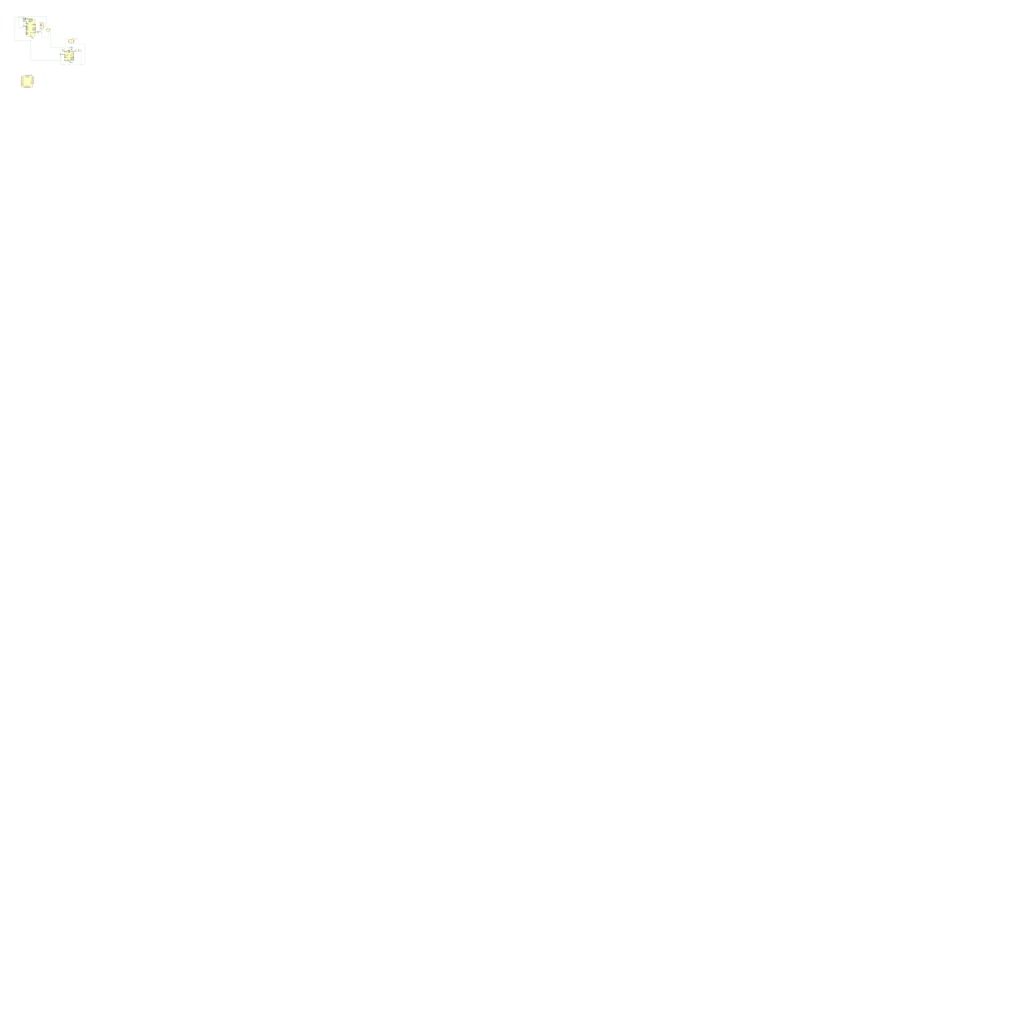
<source format=kicad_sch>
(kicad_sch (version 20250114) (generator "eeschema") (generator_version "9.0")
  (paper "User" 3048 3048)
  (lib_symbols
    (symbol "Battery_Management:BQ25570"
      (property "Reference" "U" (at -12.7 16.51 0))
      (property "Value" "BQ25570" (at 10.16 16.51 0))
      (symbol "BQ25570_0_1"
        (rectangle (start -12.7 15.24) (end 12.7 -15.24) (stroke (width 0.254)) (fill (type background)))
      )
      (symbol "BQ25570_1_1"
        (pin passive line (at -15.24 12.7 0) (length 2.54) (name "LBOOST") (number "20"))
        (pin input line (at -15.24 2.54 0) (length 2.54) (name "VOC_SAMP") (number "3"))
        (pin input line (at -15.24 -2.54 0) (length 2.54) (name "~{EN}") (number "5"))
        (pin input line (at -15.24 -5.08 0) (length 2.54) (name "VOUT_EN") (number "6"))
        (pin passive line (at -15.24 -12.7 0) (length 2.54) (name "VREF_SAMP") (number "4"))
        (pin power_in line (at -2.54 17.78 270) (length 2.54) (name "VIN_DC") (number "2"))
        (pin power_out line (at 0 17.78 270) (length 2.54) (name "VSTOR") (number "19"))
        (pin power_in line (at 0 -17.78 90) (length 2.54) (name "VSS") (number "1"))
        (pin passive line (at 0 -17.78 90) (length 2.54) (hide yes) (name "VSS") (number "15"))
        (pin passive line (at 0 -17.78 90) (length 2.54) (hide yes) (name "VSS") (number "17"))
        (pin passive line (at 0 -17.78 90) (length 2.54) (hide yes) (name "VSS") (number "21"))
        (pin passive line (at 0 -17.78 90) (length 2.54) (hide yes) (name "VSS") (number "9"))
        (pin power_in line (at 2.54 17.78 270) (length 2.54) (name "VBAT") (number "18"))
        (pin passive line (at 15.24 12.7 180) (length 2.54) (name "LBUCK") (number "16"))
        (pin input line (at 15.24 7.62 180) (length 2.54) (name "VOUT") (number "14"))
        (pin output line (at 15.24 2.54 180) (length 2.54) (name "VBAT_OK") (number "13"))
        (pin output line (at 15.24 -2.54 180) (length 2.54) (name "VRDIV") (number "8"))
        (pin input line (at 15.24 -5.08 180) (length 2.54) (name "OK_HYST") (number "10"))
        (pin input line (at 15.24 -7.62 180) (length 2.54) (name "OK_PROG") (number "11"))
        (pin input line (at 15.24 -10.16 180) (length 2.54) (name "VBAT_OV") (number "7"))
        (pin input line (at 15.24 -12.7 180) (length 2.54) (name "VOUT_SET") (number "12"))
      )
    )
    (symbol "Connector:Conn_Coaxial_Small" (pin_numbers (hide yes)) (pin_names (offset 1.016) (hide yes))
      (property "Reference" "J" (at 0.254 3.048 0))
      (property "Value" "Conn_Coaxial_Small" (at 0 -3.81 0))
      (symbol "Conn_Coaxial_Small_0_1"
        (polyline (pts (xy -2.54 0) (xy -0.508 0)))
        (circle (center 0 0) (radius 0.508) (stroke (width 0.2032)))
      )
      (symbol "Conn_Coaxial_Small_1_1"
        (arc (start 1.3484 0.0039) (mid 0.327 -1.308) (end -1.1916 -0.6311) (stroke (width 0.3048)))
        (arc (start -1.1916 0.6311) (mid 0.327 1.3081) (end 1.3484 -0.0039) (stroke (width 0.3048)))
        (pin passive line (at -2.54 0 0) (length 1.27) (name "In") (number "1"))
        (pin passive line (at 2.54 0 180) (length 1.27) (name "Ext") (number "2"))
      )
    )
    (symbol "Connector:USB_B_Micro" (pin_names (offset 1.016))
      (property "Reference" "J" (at -5.08 11.43 0))
      (property "Value" "USB_B_Micro" (at -5.08 8.89 0))
      (symbol "USB_B_Micro_0_1"
        (rectangle (start -5.08 -7.62) (end 5.08 7.62) (stroke (width 0.254)) (fill (type background)))
        (polyline (pts (xy -4.699 5.842) (xy -4.699 5.588) (xy -4.445 4.826) (xy -4.445 4.572) (xy -1.651 4.572) (xy -1.651 4.826) (xy -1.397 5.588) (xy -1.397 5.842) (xy -4.699 5.842)))
        (polyline (pts (xy -4.318 5.588) (xy -1.778 5.588) (xy -2.032 4.826) (xy -4.064 4.826) (xy -4.318 5.588)) (fill (type outline)))
        (circle (center -3.81 2.159) (radius 0.635) (stroke (width 0.254)) (fill (type outline)))
        (polyline (pts (xy -3.175 2.159) (xy -2.54 2.159) (xy -1.27 3.429) (xy -0.635 3.429)) (stroke (width 0.254)))
        (polyline (pts (xy -2.54 2.159) (xy -1.905 2.159) (xy -1.27 0.889) (xy 0 0.889)) (stroke (width 0.254)))
        (polyline (pts (xy -1.905 2.159) (xy 0.635 2.159)) (stroke (width 0.254)))
        (circle (center -0.635 3.429) (radius 0.381) (stroke (width 0.254)) (fill (type outline)))
        (rectangle (start -0.127 -7.62) (end 0.127 -6.858))
        (rectangle (start 0.254 1.27) (end -0.508 0.508) (stroke (width 0.254)) (fill (type outline)))
        (polyline (pts (xy 0.635 2.794) (xy 0.635 1.524) (xy 1.905 2.159) (xy 0.635 2.794)) (stroke (width 0.254)) (fill (type outline)))
        (rectangle (start 5.08 4.953) (end 4.318 5.207))
        (rectangle (start 5.08 -0.127) (end 4.318 0.127))
        (rectangle (start 5.08 -2.667) (end 4.318 -2.413))
        (rectangle (start 5.08 -5.207) (end 4.318 -4.953))
      )
      (symbol "USB_B_Micro_1_1"
        (pin passive line (at -2.54 -10.16 90) (length 2.54) (name "Shield") (number "6"))
        (pin power_out line (at 0 -10.16 90) (length 2.54) (name "GND") (number "5"))
        (pin power_out line (at 7.62 5.08 180) (length 2.54) (name "VBUS") (number "1"))
        (pin bidirectional line (at 7.62 0 180) (length 2.54) (name "D+") (number "3"))
        (pin bidirectional line (at 7.62 -2.54 180) (length 2.54) (name "D-") (number "2"))
        (pin passive line (at 7.62 -5.08 180) (length 2.54) (name "ID") (number "4"))
      )
    )
    (symbol "Device:Battery_Cell" (pin_numbers (hide yes)) (pin_names (offset 0) (hide yes))
      (property "Reference" "BT" (at 2.54 2.54 0))
      (property "Value" "Battery_Cell" (at 2.54 0 0))
      (symbol "Battery_Cell_0_1"
        (rectangle (start -2.286 1.778) (end 2.286 1.524) (fill (type outline)))
        (rectangle (start -1.524 1.016) (end 1.524 0.508) (fill (type outline)))
        (polyline (pts (xy 0 1.778) (xy 0 2.54)))
        (polyline (pts (xy 0 0.762) (xy 0 0)))
        (polyline (pts (xy 0.762 3.048) (xy 1.778 3.048)) (stroke (width 0.254)))
        (polyline (pts (xy 1.27 3.556) (xy 1.27 2.54)) (stroke (width 0.254)))
      )
      (symbol "Battery_Cell_1_1"
        (pin passive line (at 0 5.08 270) (length 2.54) (name "+") (number "1"))
        (pin passive line (at 0 -2.54 90) (length 2.54) (name "-") (number "2"))
      )
    )
    (symbol "Device:C" (pin_numbers (hide yes)) (pin_names (offset 0.254))
      (property "Reference" "C" (at 0.635 2.54 0))
      (property "Value" "C" (at 0.635 -2.54 0))
      (symbol "C_0_1"
        (polyline (pts (xy -2.032 0.762) (xy 2.032 0.762)) (stroke (width 0.508)))
        (polyline (pts (xy -2.032 -0.762) (xy 2.032 -0.762)) (stroke (width 0.508)))
      )
      (symbol "C_1_1"
        (pin passive line (at 0 3.81 270) (length 2.794) (name "~") (number "1"))
        (pin passive line (at 0 -3.81 90) (length 2.794) (name "~") (number "2"))
      )
    )
    (symbol "Device:Crystal_Small" (pin_numbers (hide yes)) (pin_names (offset 1.016) (hide yes))
      (property "Reference" "Y" (at 0 2.54 0))
      (property "Value" "Crystal_Small" (at 0 -2.54 0))
      (symbol "Crystal_Small_0_1"
        (polyline (pts (xy -1.27 -0.762) (xy -1.27 0.762)) (stroke (width 0.381)))
        (rectangle (start -0.762 -1.524) (end 0.762 1.524))
        (polyline (pts (xy 1.27 -0.762) (xy 1.27 0.762)) (stroke (width 0.381)))
      )
      (symbol "Crystal_Small_1_1"
        (pin passive line (at -2.54 0 0) (length 1.27) (name "1") (number "1"))
        (pin passive line (at 2.54 0 180) (length 1.27) (name "2") (number "2"))
      )
    )
    (symbol "Device:L" (pin_numbers (hide yes)) (pin_names (offset 1.016) (hide yes))
      (property "Reference" "L" (at -1.27 0 90))
      (property "Value" "L" (at 1.905 0 90))
      (symbol "L_0_1"
        (arc (start 0 2.54) (mid 0.6323 1.905) (end 0 1.27))
        (arc (start 0 1.27) (mid 0.6323 0.635) (end 0 0))
        (arc (start 0 0) (mid 0.6323 -0.635) (end 0 -1.27))
        (arc (start 0 -1.27) (mid 0.6323 -1.905) (end 0 -2.54))
      )
      (symbol "L_1_1"
        (pin passive line (at 0 3.81 270) (length 1.27) (name "1") (number "1"))
        (pin passive line (at 0 -3.81 90) (length 1.27) (name "2") (number "2"))
      )
    )
    (symbol "Device:R" (pin_numbers (hide yes)) (pin_names (offset 0))
      (property "Reference" "R" (at 2.032 0 90))
      (property "Value" "R" (at 0 0 90))
      (symbol "R_0_1"
        (rectangle (start -1.016 -2.54) (end 1.016 2.54) (stroke (width 0.254)))
      )
      (symbol "R_1_1"
        (pin passive line (at 0 3.81 270) (length 1.27) (name "~") (number "1"))
        (pin passive line (at 0 -3.81 90) (length 1.27) (name "~") (number "2"))
      )
    )
    (symbol "Device:Solar_Cell" (pin_numbers (hide yes)) (pin_names (offset 0) (hide yes))
      (property "Reference" "SC" (at 2.54 2.54 0))
      (property "Value" "Solar_Cell" (at 2.54 0 0))
      (symbol "Solar_Cell_0_1"
        (polyline (pts (xy -2.032 3.048) (xy -2.032 2.286) (xy -2.794 2.286)))
        (polyline (pts (xy -2.032 2.286) (xy -3.556 3.81)))
        (rectangle (start -2.032 1.778) (end 2.032 1.524) (fill (type outline)))
        (rectangle (start -1.3208 1.1938) (end 1.27 0.6858) (fill (type outline)))
        (polyline (pts (xy -0.762 3.556) (xy -0.762 2.794) (xy -1.524 2.794)))
        (polyline (pts (xy -0.762 2.794) (xy -2.286 4.318)))
        (polyline (pts (xy 0 1.778) (xy 0 2.54)))
        (polyline (pts (xy 0 0.762) (xy 0 0)))
        (polyline (pts (xy 0.254 2.667) (xy 1.27 2.667)) (stroke (width 0.254)))
        (polyline (pts (xy 0.762 3.175) (xy 0.762 2.159)) (stroke (width 0.254)))
      )
      (symbol "Solar_Cell_1_1"
        (pin passive line (at 0 5.08 270) (length 2.54) (name "+") (number "1"))
        (pin passive line (at 0 -2.54 90) (length 2.54) (name "-") (number "2"))
      )
    )
    (symbol "Memory_EEPROM:AT24CS32-SSHM"
      (property "Reference" "U" (at -7.62 6.35 0))
      (property "Value" "AT24CS32-SSHM" (at 2.54 -6.35 0))
      (symbol "AT24CS32-SSHM_1_1"
        (rectangle (start -7.62 5.08) (end 7.62 -5.08) (stroke (width 0.254)) (fill (type background)))
        (pin input line (at -10.16 2.54 0) (length 2.54) (name "A0") (number "1"))
        (pin input line (at -10.16 0 0) (length 2.54) (name "A1") (number "2"))
        (pin input line (at -10.16 -2.54 0) (length 2.54) (name "A2") (number "3"))
        (pin power_in line (at 0 7.62 270) (length 2.54) (name "VCC") (number "8"))
        (pin power_in line (at 0 -7.62 90) (length 2.54) (name "GND") (number "4"))
        (pin bidirectional line (at 10.16 2.54 180) (length 2.54) (name "SDA") (number "5"))
        (pin input line (at 10.16 0 180) (length 2.54) (name "SCL") (number "6"))
        (pin input line (at 10.16 -2.54 180) (length 2.54) (name "WP") (number "7"))
      )
    )
    (symbol "RF:SX1276"
      (property "Reference" "U" (at 13.97 24.13 0))
      (property "Value" "SX1276" (at 13.97 21.59 0))
      (symbol "SX1276_0_1"
        (rectangle (start -12.7 25.4) (end 12.7 -25.4) (stroke (width 0.254)) (fill (type background)))
      )
      (symbol "SX1276_1_1"
        (pin bidirectional line (at -15.24 15.24 0) (length 2.54) (name "XTA") (number "5"))
        (pin bidirectional line (at -15.24 12.7 0) (length 2.54) (name "XTB") (number "6"))
        (pin input line (at -15.24 10.16 0) (length 2.54) (name "~{RESET}") (number "7"))
        (pin bidirectional line (at -15.24 5.08 0) (length 2.54) (name "DIO0") (number "8"))
        (pin bidirectional line (at -15.24 2.54 0) (length 2.54) (name "DIO1") (number "9"))
        (pin bidirectional line (at -15.24 0 0) (length 2.54) (name "DIO2") (number "10"))
        (pin bidirectional line (at -15.24 -2.54 0) (length 2.54) (name "DIO3") (number "11"))
        (pin bidirectional line (at -15.24 -5.08 0) (length 2.54) (name "DIO4") (number "12"))
        (pin bidirectional line (at -15.24 -7.62 0) (length 2.54) (name "DIO5") (number "13"))
        (pin input line (at -15.24 -12.7 0) (length 2.54) (name "SCK") (number "16"))
        (pin output line (at -15.24 -15.24 0) (length 2.54) (name "MISO") (number "17"))
        (pin input line (at -15.24 -17.78 0) (length 2.54) (name "MOSI") (number "18"))
        (pin input line (at -15.24 -20.32 0) (length 2.54) (name "NSS") (number "19"))
        (pin power_in line (at -5.08 27.94 270) (length 2.54) (name "VBAT_ANA") (number "3"))
        (pin power_in line (at -2.54 27.94 270) (length 2.54) (name "VBAT_DIG") (number "14"))
        (pin power_in line (at 0 27.94 270) (length 2.54) (name "VBAT_RF") (number "24"))
        (pin power_in line (at 0 -27.94 90) (length 2.54) (name "GND") (number "15"))
        (pin passive line (at 0 -27.94 90) (length 2.54) (hide yes) (name "GND") (number "23"))
        (pin passive line (at 0 -27.94 90) (length 2.54) (hide yes) (name "GND") (number "26"))
        (pin passive line (at 0 -27.94 90) (length 2.54) (hide yes) (name "GND") (number "29"))
        (pin power_in line (at 2.54 27.94 270) (length 2.54) (name "VR_ANA") (number "2"))
        (pin power_in line (at 5.08 27.94 270) (length 2.54) (name "VR_DIG") (number "4"))
        (pin power_out line (at 15.24 10.16 180) (length 2.54) (name "PA_BOOST") (number "27"))
        (pin power_out line (at 15.24 7.62 180) (length 2.54) (name "VR_PA") (number "25"))
        (pin output line (at 15.24 0 180) (length 2.54) (name "RFO_LF") (number "28"))
        (pin input line (at 15.24 -2.54 180) (length 2.54) (name "RFI_LF") (number "1"))
        (pin output line (at 15.24 -5.08 180) (length 2.54) (name "RFO_HF") (number "22"))
        (pin input line (at 15.24 -7.62 180) (length 2.54) (name "RFI_HF") (number "21"))
        (pin output line (at 15.24 -15.24 180) (length 2.54) (name "RXTX/RF_MOD") (number "20"))
      )
    )
    (symbol "RF_Bluetooth:nRF8001" (pin_names (offset 1.016))
      (property "Reference" "U" (at 0 -1.27 0))
      (property "Value" "nRF8001" (at 0 1.27 0))
      (symbol "nRF8001_0_1"
        (rectangle (start -16.51 16.51) (end 16.51 -16.51) (stroke (width 0.254)) (fill (type background)))
      )
      (symbol "nRF8001_1_1"
        (pin bidirectional line (at -20.32 12.7 0) (length 3.81) (name "DEC1") (number "2"))
        (pin bidirectional line (at -20.32 10.16 0) (length 3.81) (name "DEC2") (number "3"))
        (pin bidirectional line (at -20.32 7.62 0) (length 3.81) (name "XL2") (number "4"))
        (pin bidirectional line (at -20.32 5.08 0) (length 3.81) (name "XL1") (number "5"))
        (pin bidirectional line (at -20.32 2.54 0) (length 3.81) (name "ACTIVE") (number "6"))
        (pin output line (at -20.32 0 0) (length 3.81) (name "TXD") (number "7"))
        (pin input line (at -20.32 -2.54 0) (length 3.81) (name "RXD") (number "10"))
        (pin input line (at -20.32 -5.08 0) (length 3.81) (name "SCK") (number "11"))
        (pin bidirectional line (at -20.32 -7.62 0) (length 3.81) (name "REQN") (number "12"))
        (pin input line (at -20.32 -10.16 0) (length 3.81) (name "MOSI") (number "13"))
        (pin output line (at -20.32 -12.7 0) (length 3.81) (name "MISO") (number "14"))
        (pin power_in line (at -7.62 -20.32 90) (length 3.81) (name "VSS") (number "8"))
        (pin power_in line (at -5.08 20.32 270) (length 3.81) (name "VDD") (number "1"))
        (pin power_in line (at -5.08 -20.32 90) (length 3.81) (name "VSS") (number "17"))
        (pin power_in line (at -2.54 20.32 270) (length 3.81) (name "VDD") (number "9"))
        (pin power_in line (at -2.54 -20.32 90) (length 3.81) (name "VSS") (number "18"))
        (pin power_in line (at 0 20.32 270) (length 3.81) (name "AVDD") (number "24"))
        (pin power_in line (at 0 -20.32 90) (length 3.81) (name "VSS") (number "23"))
        (pin power_in line (at 2.54 20.32 270) (length 3.81) (name "AVDD") (number "26"))
        (pin power_in line (at 2.54 -20.32 90) (length 3.81) (name "VSS") (number "30"))
        (pin power_in line (at 5.08 20.32 270) (length 3.81) (name "AVDD") (number "29"))
        (pin power_in line (at 5.08 -20.32 90) (length 3.81) (name "VSS") (number "31"))
        (pin power_in line (at 7.62 -20.32 90) (length 3.81) (name "EP") (number "33"))
        (pin no_connect line (at 15.24 -10.16 180) (length 3.81) (hide yes) (name "N/C") (number "15"))
        (pin bidirectional line (at 20.32 12.7 180) (length 3.81) (name "DCC") (number "32"))
        (pin bidirectional line (at 20.32 10.16 180) (length 3.81) (name "XC1") (number "28"))
        (pin bidirectional line (at 20.32 7.62 180) (length 3.81) (name "XC2") (number "27"))
        (pin input line (at 20.32 5.08 180) (length 3.81) (name "IREF") (number "25"))
        (pin bidirectional line (at 20.32 2.54 180) (length 3.81) (name "ANT2") (number "22"))
        (pin bidirectional line (at 20.32 0 180) (length 3.81) (name "ANT1") (number "21"))
        (pin output line (at 20.32 -2.54 180) (length 3.81) (name "VDD_PA") (number "20"))
        (pin input line (at 20.32 -5.08 180) (length 3.81) (name "RESET") (number "19"))
        (pin bidirectional line (at 20.32 -7.62 180) (length 3.81) (name "RDYN") (number "16"))
      )
    )
    (symbol "Regulator_Linear:AMS1117-3.3"
      (property "Reference" "U" (at -3.81 3.175 0))
      (property "Value" "AMS1117-3.3" (at 0 3.175 0))
      (symbol "AMS1117-3.3_0_1"
        (rectangle (start -5.08 -5.08) (end 5.08 1.905) (stroke (width 0.254)) (fill (type background)))
      )
      (symbol "AMS1117-3.3_1_1"
        (pin power_in line (at -7.62 0 0) (length 2.54) (name "VI") (number "3"))
        (pin power_in line (at 0 -7.62 90) (length 2.54) (name "GND") (number "1"))
        (pin power_out line (at 7.62 0 180) (length 2.54) (name "VO") (number "2"))
      )
    )
    (symbol "Switch:SW_Push" (pin_numbers (hide yes)) (pin_names (offset 1.016) (hide yes))
      (property "Reference" "SW" (at 1.27 2.54 0))
      (property "Value" "SW_Push" (at 0 -1.524 0))
      (symbol "SW_Push_0_1"
        (circle (center -2.032 0) (radius 0.508))
        (polyline (pts (xy 0 1.27) (xy 0 3.048)))
        (circle (center 2.032 0) (radius 0.508))
        (polyline (pts (xy 2.54 1.27) (xy -2.54 1.27)))
        (pin passive line (at -5.08 0 0) (length 2.54) (name "1") (number "1"))
        (pin passive line (at 5.08 0 180) (length 2.54) (name "2") (number "2"))
      )
    )
  )
  (junction (at 241.3 193.04))
  (junction (at 134.62 72.39))
  (junction (at 185.42 146.05))
  (junction (at 180.34 179.07))
  (junction (at 68.58 58.42))
  (junction (at 191.77 146.05))
  (junction (at 205.74 193.04))
  (junction (at 91.44 120.65))
  (junction (at 233.68 147.32))
  (junction (at 124.46 97.79))
  (junction (at 68.58 50.8))
  (junction (at 68.58 63.5))
  (junction (at 76.2 63.5))
  (junction (at 76.2 58.42))
  (junction (at 190.5 193.04))
  (junction (at 180.34 168.91))
  (no_connect (at 55.88 50.8))
  (no_connect (at 124.46 90.17))
  (no_connect (at 63.5 82.55))
  (bus_entry (at 200.66 264.16) (size 2.54 2.54))
  (wire (pts (xy 68.58 69.85) (xy 76.2 69.85)))
  (wire (pts (xy 212.09 130.81) (xy 252.73 130.81)))
  (wire (pts (xy 55.88 49.53) (xy 139.7 49.53)))
  (wire (pts (xy 241.3 147.32) (xy 233.68 147.32)))
  (wire (pts (xy 124.46 110.49) (xy 124.46 97.79)))
  (wire (pts (xy 55.88 82.55) (xy 55.88 49.53)))
  (wire (pts (xy 228.6 154.94) (xy 233.68 154.94)))
  (wire (pts (xy 180.34 146.05) (xy 185.42 146.05)))
  (wire (pts (xy 124.46 87.63) (xy 124.46 97.79)))
  (wire (pts (xy 252.73 130.81) (xy 252.73 193.04)))
  (wire (pts (xy 151.13 140.97) (xy 191.77 140.97)))
  (wire (pts (xy 76.2 58.42) (xy 76.2 63.5)))
  (wire (pts (xy 44.45 120.65) (xy 91.44 120.65)))
  (wire (pts (xy 139.7 49.53) (xy 139.7 72.39)))
  (wire (pts (xy 190.5 193.04) (xy 205.74 193.04)))
  (wire (pts (xy 132.08 72.39) (xy 134.62 72.39)))
  (wire (pts (xy 68.58 69.85) (xy 68.58 63.5)))
  (wire (pts (xy 180.34 179.07) (xy 180.34 193.04)))
  (wire (pts (xy 68.58 58.42) (xy 68.58 63.5)))
  (wire (pts (xy 151.13 88.9) (xy 151.13 140.97)))
  (wire (pts (xy 143.51 110.49) (xy 143.51 96.52)))
  (wire (pts (xy 134.62 66.04) (xy 134.62 72.39)))
  (wire (pts (xy 68.58 50.8) (xy 44.45 50.8)))
  (wire (pts (xy 241.3 147.32) (xy 241.3 193.04)))
  (wire (pts (xy 68.58 82.55) (xy 55.88 82.55)))
  (wire (pts (xy 205.74 193.04) (xy 241.3 193.04)))
  (wire (pts (xy 68.58 50.8) (xy 76.2 50.8)))
  (wire (pts (xy 124.46 110.49) (xy 143.51 110.49)))
  (wire (pts (xy 68.58 58.42) (xy 69.85 58.42)))
  (wire (pts (xy 134.62 72.39) (xy 139.7 72.39)))
  (wire (pts (xy 44.45 50.8) (xy 44.45 120.65)))
  (wire (pts (xy 252.73 193.04) (xy 241.3 193.04)))
  (wire (pts (xy 185.42 146.05) (xy 191.77 146.05)))
  (wire (pts (xy 127 88.9) (xy 127 90.17)))
  (wire (pts (xy 68.58 72.39) (xy 76.2 72.39)))
  (wire (pts (xy 208.28 147.32) (xy 208.28 148.59)))
  (wire (pts (xy 180.34 168.91) (xy 180.34 179.07)))
  (wire (pts (xy 191.77 140.97) (xy 191.77 146.05)))
  (wire (pts (xy 180.34 168.91) (xy 190.5 168.91)))
  (wire (pts (xy 185.42 153.67) (xy 190.5 153.67)))
  (wire (pts (xy 190.5 179.07) (xy 190.5 193.04)))
  (wire (pts (xy 135.89 88.9) (xy 127 88.9)))
  (wire (pts (xy 132.08 77.47) (xy 140.97 77.47)))
  (wire (pts (xy 217.17 147.32) (xy 233.68 147.32)))
  (wire (pts (xy 180.34 193.04) (xy 190.5 193.04)))
  (wire (pts (xy 191.77 146.05) (xy 203.2 146.05)))
  (wire (pts (xy 132.08 80.01) (xy 142.24 80.01)))
  (wire (pts (xy 180.34 158.75) (xy 180.34 146.05)))
  (wire (pts (xy 91.44 179.07) (xy 91.44 120.65)))
  (wire (pts (xy 116.84 90.17) (xy 116.84 66.04)))
  (wire (pts (xy 74.93 58.42) (xy 76.2 58.42)))
  (wire (pts (xy 76.2 63.5) (xy 76.2 67.31)))
  (wire (pts (xy 195.58 140.97) (xy 195.58 115.57)))
  (wire (pts (xy 203.2 146.05) (xy 203.2 148.59)))
  (wire (pts (xy 127 90.17) (xy 116.84 90.17)))
  (wire (pts (xy 91.44 120.65) (xy 91.44 110.49)))
  (wire (pts (xy 195.58 115.57) (xy 212.09 115.57)))
  (wire (pts (xy 205.74 148.59) (xy 205.74 140.97)))
  (wire (pts (xy 180.34 179.07) (xy 91.44 179.07)))
  (wire (pts (xy 115.57 97.79) (xy 124.46 97.79)))
  (wire (pts (xy 205.74 140.97) (xy 195.58 140.97)))
  (wire (pts (xy 209.55 147.32) (xy 208.28 147.32)))
  (wire (pts (xy 180.34 166.37) (xy 180.34 168.91)))
  (wire (pts (xy 228.6 153.67) (xy 228.6 154.94)))
  (wire (pts (xy 106.68 97.79) (xy 110.49 97.79)))
  (wire (pts (xy 205.74 193.04) (xy 205.74 184.15)))
  (wire (pts (xy 116.84 66.04) (xy 134.62 66.04)))
  (symbol (lib_id "RF:SX1276") (at 91.44 82.55 0) (unit 1)
    (property "Reference" "U3" (at 93.5833 110.49 0) (effects (justify left)))
    (property "Value" "SX1276" (at 93.5833 113.03 0) (effects (justify left)))
    (property "Footprint" "Package_DFN_QFN:QFN-28-1EP_6x6mm_P0.65mm_EP4.8x4.8mm" (effects (hide yes)))
    (property "Datasheet" "https://semtech.my.salesforce.com/sfc/p/#E0000000JelG/a/2R0000001Rbr/6EfVZUorrpoKFfvaF_Fkpgp5kzjiNyiAbqcpqh9qSjE" (effects (hide yes)))
    (property "Description" "137 MHz to 1020 MHz Low Power Long Range Transceiver, spreading factor from 6 to 12, LoRA, QFN-28" (effects (hide yes)))
  )
  (symbol (lib_id "Regulator_Linear:AMS1117-3.3") (at 143.51 88.9 0) (unit 1)
    (property "Reference" "U1" (at 143.51 82.55 0))
    (property "Value" "AMS1117-3.3" (at 143.51 85.09 0))
    (property "Footprint" "Package_TO_SOT_SMD:SOT-223-3_TabPin2" (effects (hide yes)))
    (property "Datasheet" "http://www.advanced-monolithic.com/pdf/ds1117.pdf" (effects (hide yes)))
    (property "Description" "1A Low Dropout regulator, positive, 3.3V fixed output, SOT-223" (effects (hide yes)))
  )
  (symbol (lib_id "Device:L") (at 185.42 149.86 0) (unit 1)
    (property "Reference" "L1" (at 186.69 148.5899 0) (effects (justify left)))
    (property "Value" "20μH" (at 186.69 151.1299 0) (effects (justify left)))
    (property "Description" "Inductor" (effects (hide yes)))
  )
  (symbol (lib_id "Connector:USB_B_Micro") (at 124.46 77.47 0) (unit 1)
    (property "Reference" "J1" (at 124.46 64.77 0))
    (property "Value" "USB_B_Micro" (at 124.46 67.31 0))
    (property "Footprint" "Connector_USB:USB_Micro-B_Amphenol_10104110_Horizontal" (effects (hide yes)))
    (property "Description" "USB Micro Type B connector" (effects (hide yes)))
  )
  (symbol (lib_id "Battery_Management:BQ25570") (at 205.74 166.37 0) (unit 1)
    (property "Reference" "U5" (at 207.8833 184.15 0) (effects (justify left)))
    (property "Value" "BQ25570" (at 207.8833 186.69 0) (effects (justify left)))
    (property "Footprint" "Package_DFN_QFN:QFN-20-1EP_3.5x3.5mm_P0.5mm_EP2x2mm" (effects (hide yes)))
    (property "Datasheet" "http://www.ti.com/lit/ds/symlink/bq25570.pdf" (effects (hide yes)))
    (property "Description" "Nano Power Boost Charger and Buck Converter for Energy Harvester Powered Applications, QFN-20" (effects (hide yes)))
  )
  (symbol (lib_id "Device:R") (at 72.39 63.5 90) (unit 1)
    (property "Reference" "R1" (at 73.914 61.722 90))
    (property "Value" "R" (at 72.39 63.5 90))
    (property "Footprint" "Resistor_SMD:R_0603_1608Metric" (effects (hide yes)))
    (property "Description" "Resistor" (effects (hide yes)))
  )
  (symbol (lib_id "Device:C") (at 233.68 151.13 0) (unit 1)
    (property "Reference" "C3" (at 237.49 149.8599 0) (effects (justify left)))
    (property "Value" "22 uF" (at 237.49 152.3999 0) (effects (justify left)))
    (property "Footprint" "Capacitor_SMD:C_01005_0402Metric" (effects (hide yes)))
    (property "Description" "Unpolarized capacitor" (effects (hide yes)))
  )
  (symbol (lib_id "Device:Crystal_Small") (at 72.39 58.42 0) (unit 1)
    (property "Reference" "Y1" (at 71.12 60.706 0) (effects (justify right)))
    (property "Value" "20 ppm" (at 77.216 56.896 0) (effects (font (size 1.016 1.016)) (justify right)))
    (property "Footprint" "Crystal:Crystal_SMD_MicroCrystal_CM9V-T1A-2Pin_1.6x1.0mm" (effects (hide yes)))
    (property "Description" "Two pin crystal, small symbol" (effects (hide yes)))
  )
  (symbol (lib_id "Device:L") (at 224.79 153.67 270) (unit 1)
    (property "Reference" "L2" (at 224.79 148.59 90))
    (property "Value" "4.7μH" (at 224.79 151.13 90))
    (property "Footprint" "Inductor_SMD_Wurth:L_Wurth_WE-LQSH-2010" (effects (hide yes)))
    (property "Description" "Inductor" (effects (hide yes)))
  )
  (symbol (lib_id "Device:Solar_Cell") (at 180.34 163.83 0) (unit 1)
    (property "Reference" "SC1" (at 184.15 160.4009 0) (effects (justify left)))
    (property "Value" "Solar_Cell" (at 184.15 162.9409 0) (effects (justify left)))
    (property "Description" "Single solar cell" (effects (hide yes)))
  )
  (symbol (lib_id "Device:C") (at 76.2 54.61 0) (unit 1)
    (property "Reference" "C1" (at 80.01 53.3399 0) (effects (justify left)))
    (property "Value" "20pF" (at 80.01 55.8799 0) (effects (justify left)))
    (property "Footprint" "Capacitor_SMD:C_0201_0603Metric_Pad0.64x0.40mm_HandSolder" (effects (hide yes)))
    (property "Description" "Unpolarized capacitor" (effects (hide yes)))
  )
  (symbol (lib_id "Connector:Conn_Coaxial_Small") (at 113.03 97.79 0) (unit 1)
    (property "Reference" "J2" (at 112.5104 91.44 0))
    (property "Value" "Conn_Coaxial_Small" (at 112.5104 93.98 0))
    (property "Footprint" "Connector_Coaxial:U.FL_Molex_MCRF_73412-0110_Vertical" (effects (hide yes)))
    (property "Description" "small coaxial connector (BNC, SMA, SMB, SMC, Cinch/RCA, LEMO, ...)" (effects (hide yes)))
  )
  (symbol (lib_id "Switch:SW_Push") (at 68.58 77.47 90) (unit 1)
    (property "Reference" "SW2" (at 69.85 76.1999 90) (effects (justify right)))
    (property "Value" "SW_Push" (at 69.85 78.7399 90) (effects (justify right)))
    (property "Footprint" "Button_Switch_SMD:SW_SPST_SKQG_WithoutStem" (effects (hide yes)))
    (property "Description" "Push button switch, generic, two pins" (effects (hide yes)))
  )
  (symbol (lib_id "Device:Battery_Cell") (at 214.63 147.32 90) (unit 1)
    (property "Reference" "BT1" (at 212.7885 139.7 90))
    (property "Value" "Battery_Cell" (at 212.7885 142.24 90))
    (property "Description" "Single-cell battery" (effects (hide yes)))
  )
  (symbol (lib_id "Device:C") (at 68.58 54.61 0) (unit 1)
    (property "Reference" "C2" (at 72.39 53.3399 0) (effects (justify left)))
    (property "Value" "20pF" (at 72.39 55.8799 0) (effects (justify left)))
    (property "Footprint" "Capacitor_SMD:C_0201_0603Metric_Pad0.64x0.40mm_HandSolder" (effects (hide yes)))
    (property "Description" "Unpolarized capacitor" (effects (hide yes)))
  )
  (symbol (lib_id "RF_Bluetooth:nRF8001") (at 81.28 242.57 0) (unit 1)
    (property "Reference" "U4" (at 88.5033 220.98 0) (effects (justify left)))
    (property "Value" "nRF8001" (at 88.5033 223.52 0) (effects (justify left)))
    (property "Footprint" "Package_DFN_QFN:QFN-32-1EP_5x5mm_P0.5mm_EP3.45x3.45mm" (effects (hide yes)))
    (property "Datasheet" "https://www.nordicsemi.com/eng/nordic/content_download/2981/38488/file/nRF8001_PS_v1.3.pdf" (effects (hide yes)))
    (property "Description" "BLE LE Connectivity IC, QFN-32" (effects (hide yes)))
  )
  (symbol (lib_id "Memory_EEPROM:AT24CS32-SSHM") (at 212.09 123.19 0) (unit 1)
    (property "Reference" "U6" (at 214.2333 113.03 0) (effects (justify left)))
    (property "Value" "AT24CS32-SSHM" (at 214.2333 115.57 0) (effects (justify left)))
    (property "Footprint" "Package_SO:SOIC-8_3.9x4.9mm_P1.27mm" (effects (hide yes)))
    (property "Datasheet" "http://ww1.microchip.com/downloads/en/DeviceDoc/Atmel-8869-SEEPROM-AT24CS32-Datasheet.pdf" (effects (hide yes)))
    (property "Description" "I2C Serial EEPROM, 32Kb (4096x8) with Unique Serial Number, SO8" (effects (hide yes)))
  )
)
</source>
